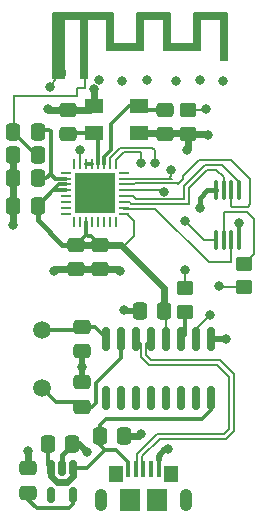
<source format=gbr>
%TF.GenerationSoftware,KiCad,Pcbnew,(6.0.2)*%
%TF.CreationDate,2022-03-11T22:28:15+02:00*%
%TF.ProjectId,project1,70726f6a-6563-4743-912e-6b696361645f,rev?*%
%TF.SameCoordinates,Original*%
%TF.FileFunction,Copper,L1,Top*%
%TF.FilePolarity,Positive*%
%FSLAX46Y46*%
G04 Gerber Fmt 4.6, Leading zero omitted, Abs format (unit mm)*
G04 Created by KiCad (PCBNEW (6.0.2)) date 2022-03-11 22:28:15*
%MOMM*%
%LPD*%
G01*
G04 APERTURE LIST*
G04 Aperture macros list*
%AMRoundRect*
0 Rectangle with rounded corners*
0 $1 Rounding radius*
0 $2 $3 $4 $5 $6 $7 $8 $9 X,Y pos of 4 corners*
0 Add a 4 corners polygon primitive as box body*
4,1,4,$2,$3,$4,$5,$6,$7,$8,$9,$2,$3,0*
0 Add four circle primitives for the rounded corners*
1,1,$1+$1,$2,$3*
1,1,$1+$1,$4,$5*
1,1,$1+$1,$6,$7*
1,1,$1+$1,$8,$9*
0 Add four rect primitives between the rounded corners*
20,1,$1+$1,$2,$3,$4,$5,0*
20,1,$1+$1,$4,$5,$6,$7,0*
20,1,$1+$1,$6,$7,$8,$9,0*
20,1,$1+$1,$8,$9,$2,$3,0*%
G04 Aperture macros list end*
%TA.AperFunction,NonConductor*%
%ADD10C,0.200000*%
%TD*%
%TA.AperFunction,EtchedComponent*%
%ADD11C,0.200000*%
%TD*%
%TA.AperFunction,SMDPad,CuDef*%
%ADD12RoundRect,0.250000X-0.337500X-0.475000X0.337500X-0.475000X0.337500X0.475000X-0.337500X0.475000X0*%
%TD*%
%TA.AperFunction,SMDPad,CuDef*%
%ADD13RoundRect,0.250000X0.450000X-0.350000X0.450000X0.350000X-0.450000X0.350000X-0.450000X-0.350000X0*%
%TD*%
%TA.AperFunction,SMDPad,CuDef*%
%ADD14RoundRect,0.250000X0.337500X0.475000X-0.337500X0.475000X-0.337500X-0.475000X0.337500X-0.475000X0*%
%TD*%
%TA.AperFunction,SMDPad,CuDef*%
%ADD15RoundRect,0.150000X-0.150000X0.825000X-0.150000X-0.825000X0.150000X-0.825000X0.150000X0.825000X0*%
%TD*%
%TA.AperFunction,SMDPad,CuDef*%
%ADD16RoundRect,0.250000X0.475000X-0.337500X0.475000X0.337500X-0.475000X0.337500X-0.475000X-0.337500X0*%
%TD*%
%TA.AperFunction,SMDPad,CuDef*%
%ADD17RoundRect,0.250000X-0.450000X0.350000X-0.450000X-0.350000X0.450000X-0.350000X0.450000X0.350000X0*%
%TD*%
%TA.AperFunction,ComponentPad*%
%ADD18C,1.500000*%
%TD*%
%TA.AperFunction,SMDPad,CuDef*%
%ADD19RoundRect,0.100000X-0.100000X0.712500X-0.100000X-0.712500X0.100000X-0.712500X0.100000X0.712500X0*%
%TD*%
%TA.AperFunction,SMDPad,CuDef*%
%ADD20RoundRect,0.150000X-0.150000X0.512500X-0.150000X-0.512500X0.150000X-0.512500X0.150000X0.512500X0*%
%TD*%
%TA.AperFunction,SMDPad,CuDef*%
%ADD21RoundRect,0.062500X-0.375000X-0.062500X0.375000X-0.062500X0.375000X0.062500X-0.375000X0.062500X0*%
%TD*%
%TA.AperFunction,SMDPad,CuDef*%
%ADD22RoundRect,0.062500X-0.062500X-0.375000X0.062500X-0.375000X0.062500X0.375000X-0.062500X0.375000X0*%
%TD*%
%TA.AperFunction,SMDPad,CuDef*%
%ADD23R,3.450000X3.450000*%
%TD*%
%TA.AperFunction,SMDPad,CuDef*%
%ADD24RoundRect,0.250000X-0.475000X0.337500X-0.475000X-0.337500X0.475000X-0.337500X0.475000X0.337500X0*%
%TD*%
%TA.AperFunction,SMDPad,CuDef*%
%ADD25R,0.400000X1.400000*%
%TD*%
%TA.AperFunction,SMDPad,CuDef*%
%ADD26R,1.750000X1.900000*%
%TD*%
%TA.AperFunction,ComponentPad*%
%ADD27O,1.050000X1.900000*%
%TD*%
%TA.AperFunction,SMDPad,CuDef*%
%ADD28R,1.150000X1.450000*%
%TD*%
%TA.AperFunction,SMDPad,CuDef*%
%ADD29R,1.600000X1.300000*%
%TD*%
%TA.AperFunction,SMDPad,CuDef*%
%ADD30RoundRect,0.254000X-0.304800X-0.254000X0.304800X-0.254000X0.304800X0.254000X-0.304800X0.254000X0*%
%TD*%
%TA.AperFunction,SMDPad,CuDef*%
%ADD31RoundRect,0.177800X-0.177800X-0.330200X0.177800X-0.330200X0.177800X0.330200X-0.177800X0.330200X0*%
%TD*%
%TA.AperFunction,ViaPad*%
%ADD32C,0.800000*%
%TD*%
%TA.AperFunction,Conductor*%
%ADD33C,0.400000*%
%TD*%
%TA.AperFunction,Conductor*%
%ADD34C,0.300000*%
%TD*%
%TA.AperFunction,Conductor*%
%ADD35C,0.200000*%
%TD*%
%TA.AperFunction,Conductor*%
%ADD36C,0.600000*%
%TD*%
%TA.AperFunction,Conductor*%
%ADD37C,0.500000*%
%TD*%
G04 APERTURE END LIST*
D10*
X57070000Y-98060000D02*
X57790000Y-96930000D01*
X53950000Y-101870000D02*
X53950000Y-98770000D01*
X59360000Y-98790000D02*
X54020000Y-98790000D01*
X59360000Y-98170000D02*
X59360000Y-98790000D01*
X60010000Y-98170000D02*
X59360000Y-98170000D01*
X60010000Y-98170000D02*
X59980000Y-96910000D01*
D11*
%TO.C,J2*%
X71488300Y-91821000D02*
X71996300Y-91821000D01*
X71996300Y-91821000D02*
X71996300Y-95783400D01*
X71996300Y-95783400D02*
X71488300Y-95783400D01*
X71488300Y-95783400D02*
X71488300Y-91821000D01*
G36*
X71488300Y-91821000D02*
G01*
X71996300Y-91821000D01*
X71996300Y-95783400D01*
X71488300Y-95783400D01*
X71488300Y-91821000D01*
G37*
X67170300Y-91821000D02*
X66662300Y-91821000D01*
X66662300Y-91821000D02*
X66662300Y-94970600D01*
X66662300Y-94970600D02*
X67170300Y-94970600D01*
X67170300Y-94970600D02*
X67170300Y-91821000D01*
G36*
X67170300Y-91821000D02*
G01*
X66662300Y-91821000D01*
X66662300Y-94970600D01*
X67170300Y-94970600D01*
X67170300Y-91821000D01*
G37*
X71996300Y-91821000D02*
X69253100Y-91821000D01*
X69253100Y-91821000D02*
X69253100Y-92329000D01*
X69253100Y-92329000D02*
X71996300Y-92329000D01*
X71996300Y-92329000D02*
X71996300Y-91821000D01*
G36*
X71996300Y-91821000D02*
G01*
X69253100Y-91821000D01*
X69253100Y-92329000D01*
X71996300Y-92329000D01*
X71996300Y-91821000D01*
G37*
X64935100Y-94462600D02*
X61836300Y-94462600D01*
X61836300Y-94462600D02*
X61836300Y-94970600D01*
X61836300Y-94970600D02*
X64935100Y-94970600D01*
X64935100Y-94970600D02*
X64935100Y-94462600D01*
G36*
X64935100Y-94462600D02*
G01*
X61836300Y-94462600D01*
X61836300Y-94970600D01*
X64935100Y-94970600D01*
X64935100Y-94462600D01*
G37*
X57315100Y-91821000D02*
X58229500Y-91821000D01*
X58229500Y-91821000D02*
X58229500Y-97307400D01*
X58229500Y-97307400D02*
X57315100Y-97307400D01*
X57315100Y-97307400D02*
X57315100Y-91821000D01*
G36*
X57315100Y-91821000D02*
G01*
X58229500Y-91821000D01*
X58229500Y-97307400D01*
X57315100Y-97307400D01*
X57315100Y-91821000D01*
G37*
X62344300Y-91821000D02*
X61836300Y-91821000D01*
X61836300Y-91821000D02*
X61836300Y-94970600D01*
X61836300Y-94970600D02*
X62344300Y-94970600D01*
X62344300Y-94970600D02*
X62344300Y-91821000D01*
G36*
X62344300Y-91821000D02*
G01*
X61836300Y-91821000D01*
X61836300Y-94970600D01*
X62344300Y-94970600D01*
X62344300Y-91821000D01*
G37*
X69761100Y-91821000D02*
X69253100Y-91821000D01*
X69253100Y-91821000D02*
X69253100Y-94970600D01*
X69253100Y-94970600D02*
X69761100Y-94970600D01*
X69761100Y-94970600D02*
X69761100Y-91821000D01*
G36*
X69761100Y-91821000D02*
G01*
X69253100Y-91821000D01*
X69253100Y-94970600D01*
X69761100Y-94970600D01*
X69761100Y-91821000D01*
G37*
X67170300Y-91821000D02*
X64427100Y-91821000D01*
X64427100Y-91821000D02*
X64427100Y-92329000D01*
X64427100Y-92329000D02*
X67170300Y-92329000D01*
X67170300Y-92329000D02*
X67170300Y-91821000D01*
G36*
X67170300Y-91821000D02*
G01*
X64427100Y-91821000D01*
X64427100Y-92329000D01*
X67170300Y-92329000D01*
X67170300Y-91821000D01*
G37*
X62344300Y-91821000D02*
X57315100Y-91821000D01*
X57315100Y-91821000D02*
X57315100Y-92329000D01*
X57315100Y-92329000D02*
X62344300Y-92329000D01*
X62344300Y-92329000D02*
X62344300Y-91821000D01*
G36*
X62344300Y-91821000D02*
G01*
X57315100Y-91821000D01*
X57315100Y-92329000D01*
X62344300Y-92329000D01*
X62344300Y-91821000D01*
G37*
X64935100Y-91821000D02*
X64427100Y-91821000D01*
X64427100Y-91821000D02*
X64427100Y-94970600D01*
X64427100Y-94970600D02*
X64935100Y-94970600D01*
X64935100Y-94970600D02*
X64935100Y-91821000D01*
G36*
X64935100Y-91821000D02*
G01*
X64427100Y-91821000D01*
X64427100Y-94970600D01*
X64935100Y-94970600D01*
X64935100Y-91821000D01*
G37*
X59651900Y-91821000D02*
X60159900Y-91821000D01*
X60159900Y-91821000D02*
X60159900Y-97307400D01*
X60159900Y-97307400D02*
X59651900Y-97307400D01*
X59651900Y-97307400D02*
X59651900Y-91821000D01*
G36*
X59651900Y-91821000D02*
G01*
X60159900Y-91821000D01*
X60159900Y-97307400D01*
X59651900Y-97307400D01*
X59651900Y-91821000D01*
G37*
X69761100Y-94462600D02*
X66662300Y-94462600D01*
X66662300Y-94462600D02*
X66662300Y-94970600D01*
X66662300Y-94970600D02*
X69761100Y-94970600D01*
X69761100Y-94970600D02*
X69761100Y-94462600D01*
G36*
X69761100Y-94462600D02*
G01*
X66662300Y-94462600D01*
X66662300Y-94970600D01*
X69761100Y-94970600D01*
X69761100Y-94462600D01*
G37*
%TD*%
D12*
%TO.P,C9,1*%
%TO.N,GND*%
X53921000Y-103858900D03*
%TO.P,C9,2*%
%TO.N,Net-(C9-Pad2)*%
X55996000Y-103858900D03*
%TD*%
D13*
%TO.P,R1,1*%
%TO.N,GND*%
X68700000Y-102012500D03*
%TO.P,R1,2*%
%TO.N,Net-(R1-Pad2)*%
X68700000Y-100012500D03*
%TD*%
D14*
%TO.P,C1,1*%
%TO.N,+3V3*%
X66702300Y-117023400D03*
%TO.P,C1,2*%
%TO.N,GND*%
X64627300Y-117023400D03*
%TD*%
D15*
%TO.P,U1,1,GND*%
%TO.N,GND*%
X70668600Y-119425200D03*
%TO.P,U1,2,TXD*%
%TO.N,/U0RXD*%
X69398600Y-119425200D03*
%TO.P,U1,3,RXD*%
%TO.N,/U0TXD*%
X68128600Y-119425200D03*
%TO.P,U1,4,V3*%
%TO.N,+3V3*%
X66858600Y-119425200D03*
%TO.P,U1,5,UD+*%
%TO.N,/D+*%
X65588600Y-119425200D03*
%TO.P,U1,6,UD-*%
%TO.N,/D-*%
X64318600Y-119425200D03*
%TO.P,U1,7,XI*%
%TO.N,Net-(C2-Pad2)*%
X63048600Y-119425200D03*
%TO.P,U1,8,XO*%
%TO.N,Net-(C3-Pad2)*%
X61778600Y-119425200D03*
%TO.P,U1,9,~{CTS}*%
%TO.N,unconnected-(U1-Pad9)*%
X61778600Y-124375200D03*
%TO.P,U1,10,~{DSR}*%
%TO.N,unconnected-(U1-Pad10)*%
X63048600Y-124375200D03*
%TO.P,U1,11,~{RI}*%
%TO.N,unconnected-(U1-Pad11)*%
X64318600Y-124375200D03*
%TO.P,U1,12,~{DCD}*%
%TO.N,unconnected-(U1-Pad12)*%
X65588600Y-124375200D03*
%TO.P,U1,13,~{DTR}*%
%TO.N,unconnected-(U1-Pad13)*%
X66858600Y-124375200D03*
%TO.P,U1,14,~{RTS}*%
%TO.N,unconnected-(U1-Pad14)*%
X68128600Y-124375200D03*
%TO.P,U1,15,R232*%
%TO.N,unconnected-(U1-Pad15)*%
X69398600Y-124375200D03*
%TO.P,U1,16,VCC*%
%TO.N,+5V*%
X70668600Y-124375200D03*
%TD*%
D16*
%TO.P,C13,1*%
%TO.N,GND*%
X66781000Y-102058900D03*
%TO.P,C13,2*%
%TO.N,/XTAL_OUT*%
X66781000Y-99983900D03*
%TD*%
%TO.P,C3,1*%
%TO.N,GND*%
X59766400Y-120452400D03*
%TO.P,C3,2*%
%TO.N,Net-(C3-Pad2)*%
X59766400Y-118377400D03*
%TD*%
D17*
%TO.P,R3,1*%
%TO.N,Net-(R3-Pad1)*%
X68509600Y-115074200D03*
%TO.P,R3,2*%
%TO.N,/U0TXD*%
X68509600Y-117074200D03*
%TD*%
D12*
%TO.P,C11,1*%
%TO.N,GND*%
X53921000Y-105808700D03*
%TO.P,C11,2*%
%TO.N,Net-(C11-Pad2)*%
X55996000Y-105808700D03*
%TD*%
D18*
%TO.P,Y1,1,1*%
%TO.N,Net-(C2-Pad2)*%
X56368400Y-123554400D03*
%TO.P,Y1,2,2*%
%TO.N,Net-(C3-Pad2)*%
X56368400Y-118674400D03*
%TD*%
D19*
%TO.P,U4,1,S$*%
%TO.N,/SCS{slash}CMD*%
X73035000Y-106797500D03*
%TO.P,U4,2,DQ1*%
%TO.N,/SDI{slash}SD0*%
X72385000Y-106797500D03*
%TO.P,U4,3,W$*%
%TO.N,/SWP{slash}SD3*%
X71735000Y-106797500D03*
%TO.P,U4,4,VSS*%
%TO.N,GND*%
X71085000Y-106797500D03*
%TO.P,U4,5,DQ0*%
%TO.N,/SDI{slash}SD1*%
X71085000Y-111022500D03*
%TO.P,U4,6,C*%
%TO.N,/SCK{slash}CLK*%
X71735000Y-111022500D03*
%TO.P,U4,7,HOLD*%
%TO.N,/SHD{slash}SD2*%
X72385000Y-111022500D03*
%TO.P,U4,8,VCC*%
%TO.N,+3V3*%
X73035000Y-111022500D03*
%TD*%
D20*
%TO.P,U2,1,VIN*%
%TO.N,+5V*%
X59020200Y-130338500D03*
%TO.P,U2,2,GND*%
%TO.N,GND*%
X58070200Y-130338500D03*
%TO.P,U2,3,EN*%
%TO.N,+5V*%
X57120200Y-130338500D03*
%TO.P,U2,4,NC*%
%TO.N,unconnected-(U2-Pad4)*%
X57120200Y-132613500D03*
%TO.P,U2,5,VOUT*%
%TO.N,+3V3*%
X59020200Y-132613500D03*
%TD*%
D12*
%TO.P,L1,1*%
%TO.N,Net-(C9-Pad2)*%
X53921000Y-101909100D03*
%TO.P,L1,2*%
%TO.N,Net-(C11-Pad2)*%
X55996000Y-101909100D03*
%TD*%
D13*
%TO.P,R2,1*%
%TO.N,Net-(R2-Pad1)*%
X73490000Y-115020000D03*
%TO.P,R2,2*%
%TO.N,/SCK{slash}CLK*%
X73490000Y-113020000D03*
%TD*%
D12*
%TO.P,C6,1*%
%TO.N,GND*%
X53921000Y-108141100D03*
%TO.P,C6,2*%
%TO.N,+3V3*%
X55996000Y-108141100D03*
%TD*%
D21*
%TO.P,U3,1,VDDA*%
%TO.N,+3V3*%
X58412500Y-105312500D03*
%TO.P,U3,2,LNA*%
%TO.N,Net-(C11-Pad2)*%
X58412500Y-105812500D03*
%TO.P,U3,3,VDD3P3*%
%TO.N,+3V3*%
X58412500Y-106312500D03*
%TO.P,U3,4,VDD3P3*%
X58412500Y-106812500D03*
%TO.P,U3,5,VDD_RTC*%
%TO.N,unconnected-(U3-Pad5)*%
X58412500Y-107312500D03*
%TO.P,U3,6,TOUT*%
%TO.N,/TOUT*%
X58412500Y-107812500D03*
%TO.P,U3,7,CHIP_PU*%
%TO.N,/CHOP_EN*%
X58412500Y-108312500D03*
%TO.P,U3,8,XPD_DCDC*%
%TO.N,/GPIO16*%
X58412500Y-108812500D03*
D22*
%TO.P,U3,9,MTMS*%
%TO.N,/GPO14*%
X59100000Y-109500000D03*
%TO.P,U3,10,MTDI*%
%TO.N,/GPO12*%
X59600000Y-109500000D03*
%TO.P,U3,11,VDDPST*%
%TO.N,+3V3*%
X60100000Y-109500000D03*
%TO.P,U3,12,MTCK*%
%TO.N,/GPO13*%
X60600000Y-109500000D03*
%TO.P,U3,13,MTDO*%
%TO.N,/GPO15*%
X61100000Y-109500000D03*
%TO.P,U3,14,GPIO2*%
%TO.N,/GPO2*%
X61600000Y-109500000D03*
%TO.P,U3,15,GPIO0*%
%TO.N,/GPO0*%
X62100000Y-109500000D03*
%TO.P,U3,16,GPIO4*%
%TO.N,/GPO4*%
X62600000Y-109500000D03*
D21*
%TO.P,U3,17,VDDPST*%
%TO.N,+3V3*%
X63287500Y-108812500D03*
%TO.P,U3,18,SDIO_DATA_2*%
%TO.N,/SHD{slash}SD2*%
X63287500Y-108312500D03*
%TO.P,U3,19,SDIO_DATA_3*%
%TO.N,/SWP{slash}SD3*%
X63287500Y-107812500D03*
%TO.P,U3,20,SDIO_CMD*%
%TO.N,/SCS{slash}CMD*%
X63287500Y-107312500D03*
%TO.P,U3,21,SDIO_CLK*%
%TO.N,Net-(R2-Pad1)*%
X63287500Y-106812500D03*
%TO.P,U3,22,SDIO_DATA_0*%
%TO.N,/SDI{slash}SD0*%
X63287500Y-106312500D03*
%TO.P,U3,23,SDIO_DATA_1*%
%TO.N,/SDI{slash}SD1*%
X63287500Y-105812500D03*
%TO.P,U3,24,GPIO5*%
%TO.N,/GPO5*%
X63287500Y-105312500D03*
D22*
%TO.P,U3,25,U0RXD*%
%TO.N,/U0RXD*%
X62600000Y-104625000D03*
%TO.P,U3,26,U0TXD*%
%TO.N,Net-(R3-Pad1)*%
X62100000Y-104625000D03*
%TO.P,U3,27,XTAL_OUT*%
%TO.N,/XTAL_OUT*%
X61600000Y-104625000D03*
%TO.P,U3,28,XTAL_IN*%
%TO.N,/XTAL_IN*%
X61100000Y-104625000D03*
%TO.P,U3,29,VDDD*%
%TO.N,+3V3*%
X60600000Y-104625000D03*
%TO.P,U3,30,VDDA*%
X60100000Y-104625000D03*
%TO.P,U3,31,RES12K*%
%TO.N,Net-(R1-Pad2)*%
X59600000Y-104625000D03*
%TO.P,U3,32,~{EXT_RSTB}*%
%TO.N,/REST*%
X59100000Y-104625000D03*
D23*
%TO.P,U3,33,GND*%
%TO.N,GND*%
X60850000Y-107062500D03*
%TD*%
D16*
%TO.P,C4,1*%
%TO.N,GND*%
X59260000Y-113510000D03*
%TO.P,C4,2*%
%TO.N,+3V3*%
X59260000Y-111435000D03*
%TD*%
D24*
%TO.P,C10,1*%
%TO.N,GND*%
X55200000Y-130336900D03*
%TO.P,C10,2*%
%TO.N,+3V3*%
X55200000Y-132411900D03*
%TD*%
D12*
%TO.P,C7,1*%
%TO.N,+5V*%
X61249100Y-127640600D03*
%TO.P,C7,2*%
%TO.N,GND*%
X63324100Y-127640600D03*
%TD*%
D16*
%TO.P,C5,1*%
%TO.N,GND*%
X61241200Y-113510000D03*
%TO.P,C5,2*%
%TO.N,+3V3*%
X61241200Y-111435000D03*
%TD*%
D25*
%TO.P,J1,1,VBUS*%
%TO.N,+5V*%
X63653600Y-130407000D03*
%TO.P,J1,2,D-*%
%TO.N,/D-*%
X64303600Y-130407000D03*
%TO.P,J1,3,D+*%
%TO.N,/D+*%
X64953600Y-130407000D03*
%TO.P,J1,4,ID*%
%TO.N,unconnected-(J1-Pad4)*%
X65603600Y-130407000D03*
%TO.P,J1,5,GND*%
%TO.N,GND*%
X66253600Y-130407000D03*
D26*
%TO.P,J1,6,Shield*%
%TO.N,unconnected-(J1-Pad6)*%
X63828600Y-133057000D03*
D27*
X68528600Y-133057000D03*
D28*
X62633600Y-130827000D03*
D27*
X61378600Y-133057000D03*
D28*
X67273600Y-130827000D03*
D26*
X66078600Y-133057000D03*
%TD*%
D14*
%TO.P,C8,1*%
%TO.N,GND*%
X58927700Y-128326400D03*
%TO.P,C8,2*%
%TO.N,+5V*%
X56852700Y-128326400D03*
%TD*%
D24*
%TO.P,C2,1*%
%TO.N,GND*%
X59766400Y-123043200D03*
%TO.P,C2,2*%
%TO.N,Net-(C2-Pad2)*%
X59766400Y-125118200D03*
%TD*%
%TO.P,C12,1*%
%TO.N,GND*%
X58596000Y-99971400D03*
%TO.P,C12,2*%
%TO.N,/XTAL_IN*%
X58596000Y-102046400D03*
%TD*%
D29*
%TO.P,Y2,1,1*%
%TO.N,/XTAL_IN*%
X60781000Y-101951400D03*
%TO.P,Y2,2,2*%
%TO.N,GND*%
X64581000Y-101951400D03*
%TO.P,Y2,3,3*%
%TO.N,/XTAL_OUT*%
X64581000Y-99651400D03*
%TO.P,Y2,4,4*%
%TO.N,GND*%
X60781000Y-99651400D03*
%TD*%
D30*
%TO.P,J2,1,Pin_1*%
%TO.N,GND*%
X57772300Y-96901000D03*
D31*
%TO.P,J2,2,Pin_2*%
%TO.N,Net-(C9-Pad2)*%
X59905900Y-96901000D03*
%TD*%
D32*
%TO.N,GND*%
X69720000Y-108340000D03*
%TO.N,+3V3*%
X73000000Y-109580000D03*
%TO.N,Net-(R2-Pad1)*%
X71330000Y-114910000D03*
%TO.N,/SDI{slash}SD1*%
X67310000Y-105120000D03*
%TO.N,Net-(R2-Pad1)*%
X66710000Y-106980000D03*
%TO.N,/SDI{slash}SD1*%
X68475000Y-109425000D03*
%TO.N,GND*%
X61190000Y-97500000D03*
X63120000Y-97540000D03*
X71690000Y-97540000D03*
X69770000Y-97500000D03*
X67700000Y-97520000D03*
X65240000Y-97490000D03*
X57070000Y-98060000D03*
%TO.N,+3V3*%
X55200000Y-132411900D03*
X66744450Y-117065550D03*
%TO.N,GND*%
X59766400Y-121778800D03*
X57420000Y-113650000D03*
X53880000Y-109740000D03*
X71950000Y-119400000D03*
X67060000Y-128740000D03*
X59720000Y-108010000D03*
X63340000Y-116920000D03*
X60740000Y-98220000D03*
X56890000Y-99960000D03*
X55190000Y-128850000D03*
X68640000Y-103410000D03*
X70390000Y-102110000D03*
X61630000Y-108010000D03*
X60140000Y-129010000D03*
X62950000Y-113670000D03*
X61620000Y-106280000D03*
X59650000Y-106210000D03*
X64780000Y-127440000D03*
%TO.N,Net-(R1-Pad2)*%
X70270000Y-99950000D03*
X59620000Y-103430000D03*
%TO.N,Net-(R3-Pad1)*%
X65910000Y-104530000D03*
X68440000Y-113540000D03*
%TO.N,/U0RXD*%
X70580000Y-117360000D03*
X64740000Y-104530000D03*
%TD*%
D33*
%TO.N,GND*%
X69720000Y-107450000D02*
X69720000Y-108340000D01*
X71085000Y-106797500D02*
X70372500Y-106797500D01*
X70372500Y-106797500D02*
X69720000Y-107450000D01*
%TO.N,+3V3*%
X58065000Y-111435000D02*
X59260000Y-111435000D01*
X55996000Y-109366000D02*
X58065000Y-111435000D01*
X55996000Y-108141100D02*
X55996000Y-109366000D01*
D34*
X73035000Y-109615000D02*
X73000000Y-109580000D01*
X73035000Y-111022500D02*
X73035000Y-109615000D01*
D35*
%TO.N,Net-(R2-Pad1)*%
X71440000Y-115020000D02*
X71330000Y-114910000D01*
X73490000Y-115020000D02*
X71440000Y-115020000D01*
X66542500Y-106812500D02*
X63287500Y-106812500D01*
X66710000Y-106980000D02*
X66542500Y-106812500D01*
%TO.N,/SDI{slash}SD0*%
X64117500Y-106312500D02*
X63287500Y-106312500D01*
X64217980Y-106212020D02*
X64117500Y-106312500D01*
X67866759Y-106312500D02*
X67766279Y-106212020D01*
X68330000Y-105849259D02*
X67866759Y-106312500D01*
X67766279Y-106212020D02*
X64217980Y-106212020D01*
X68330000Y-105620000D02*
X68330000Y-105849259D01*
X72360962Y-104260962D02*
X69689038Y-104260962D01*
X73980000Y-108000000D02*
X73980000Y-105880000D01*
X72480000Y-108210000D02*
X73770000Y-108210000D01*
X73770000Y-108210000D02*
X73980000Y-108000000D01*
X69689038Y-104260962D02*
X68330000Y-105620000D01*
X72385000Y-108115000D02*
X72480000Y-108210000D01*
X73980000Y-105880000D02*
X72360962Y-104260962D01*
X72385000Y-106797500D02*
X72385000Y-108115000D01*
%TO.N,/SDI{slash}SD1*%
X67310000Y-105620000D02*
X67117500Y-105812500D01*
X67310000Y-105120000D02*
X67310000Y-105620000D01*
X67117500Y-105812500D02*
X67377500Y-105812500D01*
X63287500Y-105812500D02*
X67117500Y-105812500D01*
%TO.N,/SCS{slash}CMD*%
X64330000Y-107560480D02*
X64082020Y-107312500D01*
X68400000Y-107560480D02*
X64330000Y-107560480D01*
X64082020Y-107312500D02*
X63287500Y-107312500D01*
X68400480Y-107420480D02*
X68400480Y-107560000D01*
X68400480Y-107560000D02*
X68400000Y-107560480D01*
X68390000Y-107410000D02*
X68400480Y-107420480D01*
%TO.N,/SCK{slash}CLK*%
X74320000Y-112190000D02*
X73490000Y-113020000D01*
X74320000Y-109209520D02*
X74320000Y-112190000D01*
X73720000Y-108609520D02*
X74320000Y-109209520D01*
X71730000Y-108650000D02*
X71770480Y-108609520D01*
X71730000Y-110289994D02*
X71730000Y-108650000D01*
X71770480Y-108609520D02*
X73720000Y-108609520D01*
X71735000Y-110294994D02*
X71730000Y-110289994D01*
X71735000Y-111022500D02*
X71735000Y-110294994D01*
%TO.N,/SDI{slash}SD1*%
X68475000Y-109425000D02*
X68450000Y-109400000D01*
X70072500Y-111022500D02*
X68475000Y-109425000D01*
X71085000Y-111022500D02*
X70072500Y-111022500D01*
X68450000Y-109400000D02*
X68450000Y-109390000D01*
%TO.N,/SHD{slash}SD2*%
X65959520Y-108359520D02*
X63334520Y-108359520D01*
X63334520Y-108359520D02*
X63287500Y-108312500D01*
X70500000Y-112900000D02*
X65959520Y-108359520D01*
X72390000Y-111755006D02*
X72390000Y-112900000D01*
X72390000Y-112900000D02*
X70500000Y-112900000D01*
X72385000Y-111750006D02*
X72390000Y-111755006D01*
X72385000Y-111022500D02*
X72385000Y-111750006D01*
%TO.N,/SCS{slash}CMD*%
X68390000Y-106444994D02*
X68390000Y-107410000D01*
X70174513Y-104660481D02*
X68390000Y-106444994D01*
X71625486Y-104660480D02*
X70174513Y-104660481D01*
X73035000Y-106069994D02*
X71625486Y-104660480D01*
X73035000Y-106797500D02*
X73035000Y-106069994D01*
%TO.N,/SWP{slash}SD3*%
X63777500Y-107812500D02*
X63287500Y-107812500D01*
X70340000Y-105060000D02*
X68800000Y-106600000D01*
X71120000Y-105060000D02*
X70340000Y-105060000D01*
X68800000Y-107960000D02*
X63925000Y-107960000D01*
X71735000Y-105675000D02*
X71120000Y-105060000D01*
X68800000Y-106600000D02*
X68800000Y-107960000D01*
X63925000Y-107960000D02*
X63777500Y-107812500D01*
X71735000Y-106797500D02*
X71735000Y-105675000D01*
D34*
%TO.N,+3V3*%
X60100000Y-104625000D02*
X60600000Y-104625000D01*
D35*
X64180000Y-110720000D02*
X63255000Y-111645000D01*
X64180000Y-109400000D02*
X64180000Y-110720000D01*
D36*
X63255000Y-111645000D02*
X63045000Y-111435000D01*
X65960000Y-114350000D02*
X63255000Y-111645000D01*
D35*
X63592500Y-108812500D02*
X64180000Y-109400000D01*
X63287500Y-108812500D02*
X63592500Y-108812500D01*
%TO.N,/SHD{slash}SD2*%
X63736973Y-108312500D02*
X63287500Y-108312500D01*
D34*
%TO.N,+3V3*%
X58412500Y-106312500D02*
X57824600Y-106312500D01*
X58654400Y-133736600D02*
X59020200Y-133370800D01*
X55200000Y-132411900D02*
X55200000Y-133000000D01*
X57824600Y-106312500D02*
X57324600Y-106812500D01*
X60220000Y-110670000D02*
X60476200Y-110670000D01*
D35*
X66858600Y-117179700D02*
X66744450Y-117065550D01*
D36*
X59260000Y-111435000D02*
X59845000Y-111435000D01*
D34*
X57324600Y-106812500D02*
X55996000Y-108141100D01*
D35*
X66858600Y-119425200D02*
X66858600Y-117179700D01*
D36*
X66702300Y-117023400D02*
X66702300Y-115092300D01*
D34*
X58412500Y-106812500D02*
X57324600Y-106812500D01*
X60100000Y-109500000D02*
X60100000Y-110550000D01*
X60100000Y-110550000D02*
X60100000Y-110595000D01*
X55936600Y-133736600D02*
X58654400Y-133736600D01*
D36*
X63045000Y-111435000D02*
X61241200Y-111435000D01*
D34*
X60100000Y-110595000D02*
X59260000Y-111435000D01*
D36*
X59845000Y-111435000D02*
X61241200Y-111435000D01*
D34*
X60476200Y-110670000D02*
X61241200Y-111435000D01*
D35*
X66744450Y-117065550D02*
X66702300Y-117023400D01*
D34*
X55200000Y-133000000D02*
X55936600Y-133736600D01*
X60100000Y-110550000D02*
X60220000Y-110670000D01*
X59020200Y-133370800D02*
X59020200Y-132613500D01*
D36*
X66702300Y-115092300D02*
X65960000Y-114350000D01*
D34*
%TO.N,Net-(C2-Pad2)*%
X60592600Y-125118200D02*
X59766400Y-125118200D01*
X60915000Y-123144800D02*
X60915000Y-124795800D01*
X57584400Y-124770400D02*
X59418600Y-124770400D01*
X60915000Y-124795800D02*
X60592600Y-125118200D01*
X56368400Y-123554400D02*
X57584400Y-124770400D01*
X63048600Y-119425200D02*
X63048600Y-121011200D01*
X63048600Y-121011200D02*
X60915000Y-123144800D01*
X59418600Y-124770400D02*
X59766400Y-125118200D01*
%TO.N,Net-(C3-Pad2)*%
X61778600Y-119425200D02*
X61778600Y-119334800D01*
X56368400Y-118674400D02*
X59469400Y-118674400D01*
X59469400Y-118674400D02*
X59766400Y-118377400D01*
X60821200Y-118377400D02*
X59766400Y-118377400D01*
X61778600Y-119334800D02*
X60821200Y-118377400D01*
D36*
%TO.N,GND*%
X60781000Y-98261000D02*
X60740000Y-98220000D01*
X58596000Y-99971400D02*
X56901400Y-99971400D01*
X55200000Y-130336900D02*
X55200000Y-128860000D01*
X70292500Y-102012500D02*
X70390000Y-102110000D01*
X53921000Y-103858900D02*
X53921000Y-108141100D01*
X62790000Y-113510000D02*
X62950000Y-113670000D01*
D37*
X59766400Y-121778800D02*
X59766400Y-123043200D01*
D36*
X68638900Y-101951400D02*
X68700000Y-102012500D01*
X55200000Y-128860000D02*
X55190000Y-128850000D01*
D33*
X58070200Y-129183900D02*
X58927700Y-128326400D01*
X58070200Y-130338500D02*
X58070200Y-129183900D01*
D37*
X59766400Y-120452400D02*
X59766400Y-121778800D01*
D36*
X53921000Y-109699000D02*
X53880000Y-109740000D01*
X60781000Y-99651400D02*
X60781000Y-98261000D01*
X68700000Y-103350000D02*
X68640000Y-103410000D01*
X57560000Y-113510000D02*
X57420000Y-113650000D01*
X68700000Y-102012500D02*
X70292500Y-102012500D01*
X68700000Y-102012500D02*
X68700000Y-103350000D01*
D37*
X71924800Y-119425200D02*
X71950000Y-119400000D01*
D36*
X63324100Y-127640600D02*
X64579400Y-127640600D01*
X56901400Y-99971400D02*
X56890000Y-99960000D01*
X64579400Y-127640600D02*
X64780000Y-127440000D01*
X59260000Y-113510000D02*
X57560000Y-113510000D01*
D37*
X66253111Y-129286889D02*
X66253111Y-129680000D01*
D36*
X61241200Y-113510000D02*
X62790000Y-113510000D01*
D37*
X63443400Y-117023400D02*
X63340000Y-116920000D01*
D36*
X61241200Y-113510000D02*
X59260000Y-113510000D01*
X53921000Y-108141100D02*
X53921000Y-109699000D01*
D37*
X70668600Y-119425200D02*
X71924800Y-119425200D01*
D36*
X59456400Y-128326400D02*
X60140000Y-129010000D01*
X58927700Y-128326400D02*
X59456400Y-128326400D01*
X58596000Y-99971400D02*
X60461000Y-99971400D01*
D37*
X64627300Y-117023400D02*
X63443400Y-117023400D01*
X66800000Y-128740000D02*
X66253111Y-129286889D01*
D36*
X60461000Y-99971400D02*
X60781000Y-99651400D01*
X64581000Y-101951400D02*
X68638900Y-101951400D01*
D37*
X67060000Y-128740000D02*
X66800000Y-128740000D01*
D34*
%TO.N,+5V*%
X56852700Y-130071000D02*
X57120200Y-130338500D01*
D36*
X58489239Y-131500520D02*
X57651161Y-131500520D01*
D34*
X62667600Y-128834400D02*
X61677000Y-128834400D01*
D36*
X59020200Y-130338500D02*
X59020200Y-130969559D01*
D34*
X61249100Y-127640600D02*
X61249100Y-128406500D01*
X61753200Y-126142000D02*
X69906600Y-126142000D01*
X61249100Y-126646100D02*
X61753200Y-126142000D01*
X63653600Y-129820400D02*
X62667600Y-128834400D01*
D36*
X59020200Y-130969559D02*
X58489239Y-131500520D01*
D34*
X63653600Y-130407000D02*
X63653600Y-129820400D01*
X70668600Y-125380000D02*
X70668600Y-124375200D01*
X69906600Y-126142000D02*
X70668600Y-125380000D01*
X61249100Y-128406500D02*
X61677000Y-128834400D01*
X60172900Y-130338500D02*
X59020200Y-130338500D01*
X56852700Y-128326400D02*
X56852700Y-130071000D01*
X61677000Y-128834400D02*
X60172900Y-130338500D01*
D36*
X57120200Y-130969559D02*
X57120200Y-130338500D01*
D34*
X61249100Y-127640600D02*
X61249100Y-126646100D01*
D36*
X57651161Y-131500520D02*
X57120200Y-130969559D01*
D34*
%TO.N,Net-(C9-Pad2)*%
X55996000Y-103858900D02*
X55870800Y-103858900D01*
X55870800Y-103858900D02*
X53921000Y-101909100D01*
%TO.N,Net-(C11-Pad2)*%
X58412500Y-105812500D02*
X57482500Y-105812500D01*
X57482500Y-105812500D02*
X57100000Y-105430000D01*
X56960000Y-101690000D02*
X56215100Y-101690000D01*
X56215100Y-101690000D02*
X55996000Y-101909100D01*
X57100000Y-105430000D02*
X57100000Y-101830000D01*
X56721300Y-105808700D02*
X57100000Y-105430000D01*
X55999800Y-105812500D02*
X55996000Y-105808700D01*
X57100000Y-101830000D02*
X56960000Y-101690000D01*
X55996000Y-105808700D02*
X56721300Y-105808700D01*
%TO.N,/XTAL_IN*%
X61100000Y-102270400D02*
X60781000Y-101951400D01*
X61100000Y-104625000D02*
X61100000Y-102270400D01*
X58691000Y-101951400D02*
X58596000Y-102046400D01*
X60781000Y-101951400D02*
X58691000Y-101951400D01*
%TO.N,/XTAL_OUT*%
X63738600Y-99651400D02*
X62190000Y-101200000D01*
X61600000Y-103960000D02*
X61600000Y-104625000D01*
X62190000Y-101200000D02*
X62190000Y-103370000D01*
X64913500Y-99983900D02*
X64581000Y-99651400D01*
X62190000Y-103370000D02*
X61600000Y-103960000D01*
X66781000Y-99983900D02*
X64913500Y-99983900D01*
X64581000Y-99651400D02*
X63738600Y-99651400D01*
D35*
%TO.N,/D-*%
X64303600Y-130407000D02*
X64303600Y-129907000D01*
X64728599Y-119835199D02*
X64318600Y-119425200D01*
X64728599Y-120932986D02*
X64728599Y-119835199D01*
X72170800Y-122577600D02*
X71210400Y-121617200D01*
X64403600Y-129807000D02*
X64403600Y-129142400D01*
X72170800Y-127013039D02*
X72170800Y-122577600D01*
X64403600Y-129142400D02*
X66130400Y-127415600D01*
X64303600Y-129907000D02*
X64403600Y-129807000D01*
X71210400Y-121617200D02*
X65412813Y-121617200D01*
X65412813Y-121617200D02*
X64728599Y-120932986D01*
X66130400Y-127415600D02*
X71768239Y-127415600D01*
X71768239Y-127415600D02*
X72170800Y-127013039D01*
%TO.N,/D+*%
X72620800Y-122391200D02*
X71396800Y-121167200D01*
X66316800Y-127865600D02*
X71954639Y-127865600D01*
X65178601Y-119835199D02*
X65588600Y-119425200D01*
X64853600Y-129328800D02*
X66316800Y-127865600D01*
X71396800Y-121167200D02*
X65599213Y-121167200D01*
X71954639Y-127865600D02*
X72620800Y-127199439D01*
X64953600Y-130407000D02*
X64953600Y-129907000D01*
X65178601Y-120746588D02*
X65178601Y-119835199D01*
X72620800Y-127199439D02*
X72620800Y-122391200D01*
X64853600Y-129807000D02*
X64853600Y-129328800D01*
X64953600Y-129907000D02*
X64853600Y-129807000D01*
X65599213Y-121167200D02*
X65178601Y-120746588D01*
%TO.N,Net-(R1-Pad2)*%
X59600000Y-104625000D02*
X59600000Y-103450000D01*
X68700000Y-100012500D02*
X70207500Y-100012500D01*
X59600000Y-103450000D02*
X59620000Y-103430000D01*
X70207500Y-100012500D02*
X70270000Y-99950000D01*
%TO.N,Net-(R3-Pad1)*%
X62100000Y-104095718D02*
X63005718Y-103190000D01*
X65910000Y-103430000D02*
X65910000Y-104530000D01*
X65670000Y-103190000D02*
X65910000Y-103430000D01*
X68440000Y-115004600D02*
X68509600Y-115074200D01*
X63005718Y-103190000D02*
X65670000Y-103190000D01*
X62100000Y-104625000D02*
X62100000Y-104095718D01*
X68440000Y-113540000D02*
X68440000Y-115004600D01*
D34*
%TO.N,/U0TXD*%
X67976200Y-119272800D02*
X68128600Y-119425200D01*
X68509600Y-119044200D02*
X68128600Y-119425200D01*
X68027000Y-119323600D02*
X68128600Y-119425200D01*
X68509600Y-117074200D02*
X68509600Y-119044200D01*
D35*
%TO.N,/U0RXD*%
X64740000Y-103669520D02*
X64740000Y-104530000D01*
X70580000Y-117360000D02*
X69398600Y-118541400D01*
X69398600Y-118541400D02*
X69398600Y-119425200D01*
X63270480Y-103589520D02*
X64660000Y-103589520D01*
D34*
X69398600Y-119425200D02*
X69398600Y-118623600D01*
D35*
X62600000Y-104625000D02*
X62600000Y-104260000D01*
X64660000Y-103589520D02*
X64740000Y-103669520D01*
X62600000Y-104260000D02*
X63270480Y-103589520D01*
%TD*%
M02*

</source>
